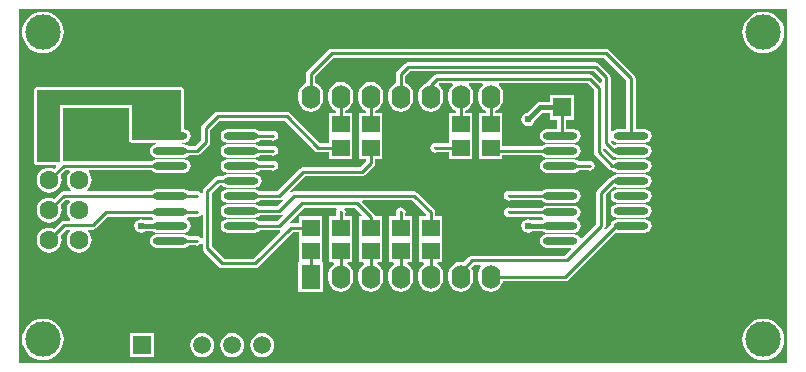
<source format=gbl>
G04 Layer_Physical_Order=2*
G04 Layer_Color=16711680*
%FSTAX24Y24*%
%MOIN*%
G70*
G01*
G75*
%ADD10C,0.0100*%
%ADD12C,0.0150*%
%ADD13R,0.0598X0.0598*%
%ADD14C,0.0598*%
%ADD15C,0.0630*%
%ADD16R,0.0630X0.0630*%
%ADD17C,0.1181*%
%ADD18O,0.0630X0.0787*%
%ADD19R,0.0630X0.0787*%
%ADD20C,0.0120*%
%ADD21C,0.0240*%
%ADD22R,0.0591X0.0551*%
%ADD23O,0.1161X0.0236*%
%ADD24R,0.0591X0.0630*%
G36*
X035827Y010236D02*
X010236D01*
Y022047D01*
X035827D01*
Y010236D01*
D02*
G37*
%LPC*%
G36*
X035039Y021954D02*
X034904Y02194D01*
X034774Y021901D01*
X034654Y021837D01*
X034549Y021751D01*
X034462Y021645D01*
X034398Y021525D01*
X034359Y021395D01*
X034345Y02126D01*
X034359Y021124D01*
X034398Y020994D01*
X034462Y020874D01*
X034549Y020769D01*
X034654Y020683D01*
X034774Y020619D01*
X034904Y020579D01*
X035039Y020566D01*
X035175Y020579D01*
X035305Y020619D01*
X035425Y020683D01*
X03553Y020769D01*
X035616Y020874D01*
X03568Y020994D01*
X03572Y021124D01*
X035733Y02126D01*
X03572Y021395D01*
X03568Y021525D01*
X035616Y021645D01*
X03553Y021751D01*
X035425Y021837D01*
X035305Y021901D01*
X035175Y02194D01*
X035039Y021954D01*
D02*
G37*
G36*
X011024D02*
X010888Y02194D01*
X010758Y021901D01*
X010638Y021837D01*
X010533Y021751D01*
X010447Y021645D01*
X010383Y021525D01*
X010343Y021395D01*
X01033Y02126D01*
X010343Y021124D01*
X010383Y020994D01*
X010447Y020874D01*
X010533Y020769D01*
X010638Y020683D01*
X010758Y020619D01*
X010888Y020579D01*
X011024Y020566D01*
X011159Y020579D01*
X011289Y020619D01*
X011409Y020683D01*
X011514Y020769D01*
X011601Y020874D01*
X011665Y020994D01*
X011704Y021124D01*
X011718Y02126D01*
X011704Y021395D01*
X011665Y021525D01*
X011601Y021645D01*
X011514Y021751D01*
X011409Y021837D01*
X011289Y021901D01*
X011159Y02194D01*
X011024Y021954D01*
D02*
G37*
G36*
X0298Y020716D02*
X02065D01*
X020591Y020704D01*
X020542Y020671D01*
X019842Y019971D01*
X019809Y019921D01*
X019797Y019863D01*
Y019577D01*
X019741Y019554D01*
X019654Y019487D01*
X019588Y019401D01*
X019546Y0193D01*
X019531Y019191D01*
Y019034D01*
X019546Y018926D01*
X019588Y018825D01*
X019654Y018738D01*
X019741Y018671D01*
X019842Y01863D01*
X01995Y018615D01*
X020058Y01863D01*
X020159Y018671D01*
X020246Y018738D01*
X020312Y018825D01*
X020354Y018926D01*
X020369Y019034D01*
Y019191D01*
X020354Y0193D01*
X020312Y019401D01*
X020246Y019487D01*
X020159Y019554D01*
X020103Y019577D01*
Y019799D01*
X020713Y02041D01*
X029737D01*
X030478Y019668D01*
Y018035D01*
X030168D01*
X030083Y018018D01*
X030011Y01797D01*
X030003Y017957D01*
X029953Y017973D01*
Y019763D01*
X029941Y019821D01*
X029908Y019871D01*
X029558Y020221D01*
X029509Y020254D01*
X02945Y020266D01*
X0232D01*
X023141Y020254D01*
X023092Y020221D01*
X022842Y019971D01*
X022809Y019921D01*
X022797Y019863D01*
Y019577D01*
X022741Y019554D01*
X022654Y019487D01*
X022588Y019401D01*
X022546Y0193D01*
X022531Y019191D01*
Y019034D01*
X022546Y018926D01*
X022588Y018825D01*
X022654Y018738D01*
X022741Y018671D01*
X022842Y01863D01*
X02295Y018615D01*
X023058Y01863D01*
X023159Y018671D01*
X023246Y018738D01*
X023312Y018825D01*
X023354Y018926D01*
X023369Y019034D01*
Y019191D01*
X023354Y0193D01*
X023312Y019401D01*
X023246Y019487D01*
X023159Y019554D01*
X023103Y019577D01*
Y019799D01*
X023263Y01996D01*
X029387D01*
X029647Y019699D01*
Y019597D01*
X029601Y019578D01*
X029358Y019821D01*
X029309Y019854D01*
X02925Y019866D01*
X02415D01*
X024091Y019854D01*
X024042Y019821D01*
X023842Y019621D01*
X023819Y019586D01*
X023741Y019554D01*
X023654Y019487D01*
X023588Y019401D01*
X023546Y0193D01*
X023531Y019191D01*
Y019034D01*
X023546Y018926D01*
X023588Y018825D01*
X023654Y018738D01*
X023741Y018671D01*
X023842Y01863D01*
X02395Y018615D01*
X024058Y01863D01*
X024159Y018671D01*
X024246Y018738D01*
X024312Y018825D01*
X024354Y018926D01*
X024369Y019034D01*
Y019191D01*
X024354Y0193D01*
X024312Y019401D01*
X024246Y019487D01*
X024217Y01951D01*
X024234Y01956D01*
X024666D01*
X024683Y01951D01*
X024654Y019487D01*
X024588Y019401D01*
X024546Y0193D01*
X024531Y019191D01*
Y019034D01*
X024546Y018926D01*
X024588Y018825D01*
X024654Y018738D01*
X024741Y018671D01*
X024797Y018648D01*
Y018582D01*
X024555D01*
Y017844D01*
X024555Y017831D01*
Y017794D01*
X024555Y017781D01*
Y017566D01*
X024151D01*
X0241Y017576D01*
X024038Y017563D01*
X023985Y017528D01*
X023949Y017475D01*
X023937Y017413D01*
X023949Y01735D01*
X023985Y017297D01*
X024038Y017262D01*
X0241Y017249D01*
X024151Y01726D01*
X024555D01*
Y017043D01*
X025345D01*
Y017781D01*
X025345Y017794D01*
Y017831D01*
X025345Y017844D01*
Y018582D01*
X025103D01*
Y018648D01*
X025159Y018671D01*
X025246Y018738D01*
X025312Y018825D01*
X025354Y018926D01*
X025369Y019034D01*
Y019191D01*
X025354Y0193D01*
X025312Y019401D01*
X025246Y019487D01*
X025217Y01951D01*
X025234Y01956D01*
X025666D01*
X025683Y01951D01*
X025654Y019487D01*
X025588Y019401D01*
X025546Y0193D01*
X025531Y019191D01*
Y019034D01*
X025546Y018926D01*
X025588Y018825D01*
X025654Y018738D01*
X025741Y018671D01*
X025797Y018648D01*
Y018582D01*
X025555D01*
Y017844D01*
X025555Y017831D01*
Y017794D01*
X025555Y017781D01*
Y017043D01*
X026345D01*
Y01716D01*
X027646D01*
X027649Y017155D01*
X027721Y017107D01*
X027806Y01709D01*
X028732D01*
X028817Y017107D01*
X028889Y017155D01*
X028937Y017227D01*
X028954Y017313D01*
X028937Y017398D01*
X028889Y01747D01*
X028817Y017518D01*
X028732Y017535D01*
X027806D01*
X027721Y017518D01*
X027649Y01747D01*
X027646Y017466D01*
X026345D01*
Y017781D01*
X026345Y017794D01*
Y017831D01*
X026345Y017844D01*
Y018582D01*
X026103D01*
Y018648D01*
X026159Y018671D01*
X026246Y018738D01*
X026312Y018825D01*
X026354Y018926D01*
X026369Y019034D01*
Y019191D01*
X026354Y0193D01*
X026312Y019401D01*
X026246Y019487D01*
X026217Y01951D01*
X026234Y01956D01*
X029187D01*
X029397Y019349D01*
Y017263D01*
X029409Y017204D01*
X029442Y017154D01*
X029892Y016704D01*
X029941Y016671D01*
X03Y01666D01*
X030008D01*
X030011Y016655D01*
X030083Y016607D01*
X030168Y01659D01*
X031094D01*
X031179Y016607D01*
X031251Y016655D01*
X031299Y016727D01*
X031316Y016813D01*
X031299Y016898D01*
X031251Y01697D01*
X031179Y017018D01*
X031094Y017035D01*
X030168D01*
X030083Y017018D01*
X03004Y016989D01*
X029703Y017326D01*
Y017378D01*
X029749Y017397D01*
X029942Y017204D01*
X029991Y017171D01*
X030002Y017169D01*
X030011Y017155D01*
X030083Y017107D01*
X030168Y01709D01*
X031094D01*
X031179Y017107D01*
X031251Y017155D01*
X031299Y017227D01*
X031316Y017313D01*
X031299Y017398D01*
X031251Y01747D01*
X031179Y017518D01*
X031094Y017535D01*
X030168D01*
X030083Y017518D01*
X03007Y017509D01*
X029973Y017606D01*
X029976Y017623D01*
X029978Y017624D01*
X030032Y017642D01*
X030083Y017607D01*
X030168Y01759D01*
X031094D01*
X031179Y017607D01*
X031251Y017655D01*
X031299Y017728D01*
X031316Y017813D01*
X031299Y017898D01*
X031251Y01797D01*
X031179Y018018D01*
X031094Y018035D01*
X030784D01*
Y019732D01*
X030772Y01979D01*
X030739Y01984D01*
X029908Y020671D01*
X029859Y020704D01*
X0298Y020716D01*
D02*
G37*
G36*
X018094Y018035D02*
X017169D01*
X017083Y018018D01*
X017011Y01797D01*
X016963Y017898D01*
X016946Y017813D01*
X016963Y017728D01*
X017011Y017655D01*
X017083Y017607D01*
X017169Y01759D01*
X018094D01*
X018179Y017607D01*
X018251Y017655D01*
X018254Y01766D01*
X018649D01*
X0187Y017649D01*
X018762Y017662D01*
X018815Y017697D01*
X018851Y01775D01*
X018863Y017813D01*
X018851Y017875D01*
X018815Y017928D01*
X018762Y017963D01*
X0187Y017976D01*
X018649Y017966D01*
X018254D01*
X018251Y01797D01*
X018179Y018018D01*
X018094Y018035D01*
D02*
G37*
G36*
X028721Y019178D02*
X027931D01*
Y018941D01*
X0276D01*
X027532Y018927D01*
X027474Y018889D01*
X027474Y018889D01*
X027165Y01858D01*
X027114Y01857D01*
X027041Y018521D01*
X026993Y018448D01*
X026976Y018363D01*
X026993Y018277D01*
X027041Y018204D01*
X027114Y018155D01*
X0272Y018138D01*
X027286Y018155D01*
X027359Y018204D01*
X027407Y018277D01*
X027417Y018328D01*
X027674Y018584D01*
X027931D01*
Y018348D01*
X028173D01*
Y018035D01*
X027806D01*
X027721Y018018D01*
X027649Y01797D01*
X027601Y017898D01*
X027584Y017813D01*
X027601Y017728D01*
X027649Y017655D01*
X027721Y017607D01*
X027806Y01759D01*
X028732D01*
X028817Y017607D01*
X028889Y017655D01*
X028937Y017728D01*
X028954Y017813D01*
X028937Y017898D01*
X028889Y01797D01*
X028817Y018018D01*
X028732Y018035D01*
X028479D01*
Y018348D01*
X028721D01*
Y019178D01*
D02*
G37*
G36*
X018094Y017535D02*
X017169D01*
X017083Y017518D01*
X017011Y01747D01*
X016963Y017398D01*
X016946Y017313D01*
X016963Y017227D01*
X017011Y017155D01*
X017083Y017107D01*
X017169Y01709D01*
X018094D01*
X018179Y017107D01*
X018251Y017155D01*
X018254Y01716D01*
X018649D01*
X0187Y017149D01*
X018762Y017162D01*
X018815Y017197D01*
X018851Y01725D01*
X018863Y017313D01*
X018851Y017375D01*
X018815Y017428D01*
X018762Y017463D01*
X0187Y017476D01*
X018649Y017466D01*
X018254D01*
X018251Y01747D01*
X018179Y017518D01*
X018094Y017535D01*
D02*
G37*
G36*
X02195Y01961D02*
X021842Y019596D01*
X021741Y019554D01*
X021654Y019487D01*
X021588Y019401D01*
X021546Y0193D01*
X021531Y019191D01*
Y019034D01*
X021546Y018926D01*
X021588Y018825D01*
X021654Y018738D01*
X021741Y018671D01*
X021797Y018648D01*
Y018582D01*
X021555D01*
Y017844D01*
X021555Y017831D01*
Y017794D01*
X021555Y017781D01*
Y017043D01*
X021797D01*
Y016976D01*
X021587Y016766D01*
X0197D01*
X019641Y016754D01*
X019592Y016721D01*
X018837Y015966D01*
X018254D01*
X018251Y01597D01*
X018179Y016018D01*
X018094Y016035D01*
X017169D01*
X017083Y016018D01*
X017011Y01597D01*
X016963Y015898D01*
X016946Y015813D01*
X016963Y015727D01*
X017011Y015655D01*
X017083Y015607D01*
X017169Y01559D01*
X018094D01*
X018179Y015607D01*
X018251Y015655D01*
X018254Y01566D01*
X0189D01*
X018959Y015671D01*
X018998Y015698D01*
X01903Y015659D01*
X018837Y015466D01*
X018254D01*
X018251Y01547D01*
X018179Y015518D01*
X018094Y015535D01*
X017169D01*
X017083Y015518D01*
X017011Y01547D01*
X016963Y015398D01*
X016946Y015313D01*
X016963Y015228D01*
X017011Y015155D01*
X017083Y015107D01*
X017169Y01509D01*
X018094D01*
X018179Y015107D01*
X018251Y015155D01*
X018254Y01516D01*
X0189D01*
X018959Y015171D01*
X018998Y015198D01*
X01903Y015159D01*
X018837Y014966D01*
X018254D01*
X018251Y01497D01*
X018179Y015018D01*
X018094Y015035D01*
X017169D01*
X017083Y015018D01*
X017011Y01497D01*
X016963Y014898D01*
X016946Y014813D01*
X016963Y014727D01*
X017011Y014655D01*
X017083Y014607D01*
X017169Y01459D01*
X018094D01*
X018179Y014607D01*
X018251Y014655D01*
X018254Y01466D01*
X0189D01*
X018913Y014662D01*
X018937Y014616D01*
X018037Y013716D01*
X017063D01*
X016653Y014126D01*
Y015899D01*
X016913Y01616D01*
X017008D01*
X017011Y016155D01*
X017083Y016107D01*
X017169Y01609D01*
X018094D01*
X018179Y016107D01*
X018251Y016155D01*
X018299Y016228D01*
X018316Y016313D01*
X018299Y016398D01*
X018251Y01647D01*
X018179Y016518D01*
X018094Y016535D01*
X017169D01*
X017083Y016518D01*
X017011Y01647D01*
X017008Y016466D01*
X01685D01*
X016791Y016454D01*
X016742Y016421D01*
X016392Y016071D01*
X016359Y016021D01*
X016347Y015963D01*
Y015917D01*
X016338Y01591D01*
X01627Y01592D01*
X016265Y015928D01*
X016212Y015963D01*
X01615Y015976D01*
X016099Y015966D01*
X015892D01*
X015889Y01597D01*
X015817Y016018D01*
X015732Y016035D01*
X014806D01*
X014721Y016018D01*
X014649Y01597D01*
X014646Y015966D01*
X012517D01*
X0125Y016016D01*
X012532Y01604D01*
X012599Y016127D01*
X012641Y016228D01*
X012655Y016336D01*
X012641Y016445D01*
X012599Y016545D01*
X012549Y01661D01*
X012574Y01666D01*
X014646D01*
X014649Y016655D01*
X014721Y016607D01*
X014806Y01659D01*
X015732D01*
X015817Y016607D01*
X015889Y016655D01*
X015937Y016727D01*
X015954Y016813D01*
X015937Y016898D01*
X015889Y01697D01*
X015817Y017018D01*
X015732Y017035D01*
X014806D01*
X014721Y017018D01*
X014649Y01697D01*
X014646Y016966D01*
X011738D01*
X011688Y017005D01*
X011688Y018734D01*
X013884D01*
Y017686D01*
X013892Y017647D01*
X013914Y017614D01*
X013947Y017592D01*
X013986Y017584D01*
X014805D01*
X014806Y017535D01*
X014721Y017518D01*
X014649Y01747D01*
X014601Y017398D01*
X014584Y017313D01*
X014601Y017227D01*
X014649Y017155D01*
X014721Y017107D01*
X014806Y01709D01*
X015732D01*
X015817Y017107D01*
X015889Y017155D01*
X015892Y01716D01*
X01615D01*
X016209Y017171D01*
X016258Y017204D01*
X016558Y017504D01*
X016591Y017554D01*
X016603Y017613D01*
Y017999D01*
X016913Y01831D01*
X019087D01*
X020086Y017311D01*
X020135Y017278D01*
X020194Y017266D01*
X020555D01*
Y017043D01*
X021345D01*
Y017781D01*
X021345Y017794D01*
Y017831D01*
X021345Y017844D01*
Y018582D01*
X021103D01*
Y018648D01*
X021159Y018671D01*
X021246Y018738D01*
X021312Y018825D01*
X021354Y018926D01*
X021369Y019034D01*
Y019191D01*
X021354Y0193D01*
X021312Y019401D01*
X021246Y019487D01*
X021159Y019554D01*
X021058Y019596D01*
X02095Y01961D01*
X020842Y019596D01*
X020741Y019554D01*
X020654Y019487D01*
X020588Y019401D01*
X020546Y0193D01*
X020531Y019191D01*
Y019034D01*
X020546Y018926D01*
X020588Y018825D01*
X020654Y018738D01*
X020741Y018671D01*
X020797Y018648D01*
Y018582D01*
X020555D01*
Y017844D01*
X020555Y017831D01*
Y017794D01*
X020555Y017781D01*
Y017572D01*
X020257D01*
X019258Y018571D01*
X019209Y018604D01*
X01915Y018616D01*
X01685D01*
X016791Y018604D01*
X016742Y018571D01*
X016342Y018171D01*
X016309Y018121D01*
X016297Y018063D01*
Y017676D01*
X016087Y017466D01*
X015892D01*
X015889Y01747D01*
X015817Y017518D01*
X015732Y017535D01*
X015696D01*
X015678Y017585D01*
X015684Y01759D01*
X015732D01*
X015817Y017607D01*
X015889Y017655D01*
X015937Y017728D01*
X015954Y017813D01*
X015937Y017898D01*
X015889Y01797D01*
X015817Y018018D01*
X015738Y018034D01*
X015738Y019336D01*
X01573Y019375D01*
X015708Y019408D01*
X015675Y01943D01*
X015636Y019438D01*
X010836Y019438D01*
X010797Y01943D01*
X010764Y019408D01*
X010742Y019375D01*
X010734Y019336D01*
X010734Y016936D01*
X010742Y016897D01*
X010764Y016864D01*
X010797Y016842D01*
X010836Y016834D01*
X011453Y016834D01*
X011472Y016788D01*
X011401Y016717D01*
X011345Y01674D01*
X011236Y016755D01*
X011128Y01674D01*
X011027Y016699D01*
X01094Y016632D01*
X010874Y016545D01*
X010832Y016445D01*
X010818Y016336D01*
X010832Y016228D01*
X010874Y016127D01*
X01094Y01604D01*
X011027Y015974D01*
X011128Y015932D01*
X011236Y015918D01*
X011345Y015932D01*
X011445Y015974D01*
X011532Y01604D01*
X011599Y016127D01*
X01164Y016228D01*
X011655Y016336D01*
X01164Y016445D01*
X011617Y016501D01*
X011776Y01666D01*
X011898D01*
X011923Y01661D01*
X011874Y016545D01*
X011832Y016445D01*
X011818Y016336D01*
X011832Y016228D01*
X011874Y016127D01*
X01194Y01604D01*
X011972Y016016D01*
X011956Y015966D01*
X011713D01*
X011654Y015954D01*
X011604Y015921D01*
X011401Y015717D01*
X011345Y01574D01*
X011236Y015755D01*
X011128Y01574D01*
X011027Y015699D01*
X01094Y015632D01*
X010874Y015545D01*
X010832Y015445D01*
X010818Y015336D01*
X010832Y015228D01*
X010874Y015127D01*
X01094Y01504D01*
X011027Y014974D01*
X011128Y014932D01*
X011236Y014918D01*
X011345Y014932D01*
X011445Y014974D01*
X011532Y01504D01*
X011599Y015127D01*
X01164Y015228D01*
X011655Y015336D01*
X01164Y015445D01*
X011617Y015501D01*
X011776Y01566D01*
X011898D01*
X011923Y01561D01*
X011874Y015545D01*
X011832Y015445D01*
X011818Y015336D01*
X011832Y015228D01*
X011874Y015127D01*
X01194Y01504D01*
X011945Y015037D01*
X011929Y014989D01*
X011736D01*
X011678Y014978D01*
X011628Y014944D01*
X011401Y014717D01*
X011345Y014741D01*
X011236Y014755D01*
X011128Y014741D01*
X011027Y014699D01*
X01094Y014632D01*
X010874Y014545D01*
X010832Y014445D01*
X010818Y014336D01*
X010832Y014228D01*
X010874Y014127D01*
X01094Y01404D01*
X011027Y013974D01*
X011128Y013932D01*
X011236Y013918D01*
X011345Y013932D01*
X011445Y013974D01*
X011532Y01404D01*
X011599Y014127D01*
X01164Y014228D01*
X011655Y014336D01*
X01164Y014445D01*
X011617Y014501D01*
X0118Y014683D01*
X011929D01*
X011945Y014636D01*
X01194Y014632D01*
X011874Y014545D01*
X011832Y014445D01*
X011818Y014336D01*
X011832Y014228D01*
X011874Y014127D01*
X01194Y01404D01*
X012027Y013974D01*
X012128Y013932D01*
X012236Y013918D01*
X012345Y013932D01*
X012445Y013974D01*
X012532Y01404D01*
X012599Y014127D01*
X012641Y014228D01*
X012655Y014336D01*
X012641Y014445D01*
X012599Y014545D01*
X012532Y014632D01*
X012527Y014636D01*
X012543Y014683D01*
X012686D01*
X012745Y014695D01*
X012794Y014728D01*
X013176Y01511D01*
X014646D01*
X014649Y015105D01*
X014698Y015072D01*
X014703Y015019D01*
X014675Y014991D01*
X014429D01*
X014386Y01502D01*
X0143Y015037D01*
X014214Y01502D01*
X014141Y014971D01*
X014093Y014898D01*
X014076Y014813D01*
X014093Y014727D01*
X014141Y014654D01*
X014214Y014605D01*
X0143Y014588D01*
X014386Y014605D01*
X014429Y014634D01*
X014681D01*
X014721Y014607D01*
X014806Y01459D01*
X015732D01*
X015817Y014607D01*
X015889Y014655D01*
X015937Y014727D01*
X015954Y014813D01*
X015937Y014898D01*
X015889Y01497D01*
X015829Y01501D01*
X015826Y015022D01*
Y015054D01*
X015829Y015065D01*
X015889Y015105D01*
X015892Y01511D01*
X016099D01*
X01615Y015099D01*
X016212Y015112D01*
X016265Y015147D01*
X01627Y015155D01*
X016338Y015166D01*
X016347Y015158D01*
Y014417D01*
X016338Y01441D01*
X01627Y01442D01*
X016265Y014428D01*
X016212Y014463D01*
X01615Y014476D01*
X016099Y014466D01*
X015892D01*
X015889Y01447D01*
X015817Y014518D01*
X015732Y014535D01*
X014806D01*
X014721Y014518D01*
X014649Y01447D01*
X014601Y014398D01*
X014584Y014313D01*
X014601Y014227D01*
X014649Y014155D01*
X014721Y014107D01*
X014806Y01409D01*
X015732D01*
X015817Y014107D01*
X015889Y014155D01*
X015892Y01416D01*
X016099D01*
X01615Y014149D01*
X016212Y014162D01*
X016265Y014197D01*
X01627Y014205D01*
X016338Y014216D01*
X016347Y014208D01*
Y014063D01*
X016359Y014004D01*
X016392Y013954D01*
X016892Y013454D01*
X016941Y013421D01*
X017Y01341D01*
X0181D01*
X018159Y013421D01*
X018208Y013454D01*
X019357Y014603D01*
X019555D01*
Y014394D01*
X019555Y014381D01*
Y014344D01*
X019555Y014331D01*
Y013606D01*
X019535D01*
Y012619D01*
X020365D01*
Y013606D01*
X020345D01*
Y014331D01*
X020345Y014344D01*
Y014381D01*
X020345Y014394D01*
Y015132D01*
X019555D01*
Y014909D01*
X019294D01*
X019281Y014907D01*
X019257Y014953D01*
X019713Y01541D01*
X020799D01*
X020822Y01536D01*
X020799Y015325D01*
X020787Y015263D01*
X020797Y015211D01*
Y015132D01*
X020555D01*
Y014394D01*
X020555Y014381D01*
Y014344D01*
X020555Y014331D01*
Y013593D01*
X02071D01*
X020727Y013543D01*
X020654Y013487D01*
X020588Y013401D01*
X020546Y0133D01*
X020531Y013191D01*
Y013034D01*
X020546Y012926D01*
X020588Y012825D01*
X020654Y012738D01*
X020741Y012671D01*
X020842Y01263D01*
X02095Y012615D01*
X021058Y01263D01*
X021159Y012671D01*
X021246Y012738D01*
X021312Y012825D01*
X021354Y012926D01*
X021369Y013034D01*
Y013191D01*
X021354Y0133D01*
X021312Y013401D01*
X021246Y013487D01*
X021173Y013543D01*
X02119Y013593D01*
X021345D01*
Y014331D01*
X021345Y014344D01*
Y014381D01*
X021345Y014394D01*
Y015132D01*
X021103D01*
Y015211D01*
X021113Y015263D01*
X021101Y015325D01*
X021078Y01536D01*
X021101Y01541D01*
X021437D01*
X021668Y015178D01*
X021649Y015132D01*
X021555D01*
Y014394D01*
X021555Y014381D01*
Y014344D01*
X021555Y014331D01*
Y013593D01*
X02171D01*
X021727Y013543D01*
X021654Y013487D01*
X021588Y013401D01*
X021546Y0133D01*
X021531Y013191D01*
Y013034D01*
X021546Y012926D01*
X021588Y012825D01*
X021654Y012738D01*
X021741Y012671D01*
X021842Y01263D01*
X02195Y012615D01*
X022058Y01263D01*
X022159Y012671D01*
X022246Y012738D01*
X022312Y012825D01*
X022354Y012926D01*
X022369Y013034D01*
Y013191D01*
X022354Y0133D01*
X022312Y013401D01*
X022246Y013487D01*
X022173Y013543D01*
X02219Y013593D01*
X022345D01*
Y014331D01*
X022345Y014344D01*
Y014381D01*
X022345Y014394D01*
Y015132D01*
X022099D01*
X022091Y015171D01*
X022058Y015221D01*
X021665Y015613D01*
X021685Y01566D01*
X023337D01*
X023797Y015199D01*
Y015132D01*
X023555D01*
Y014394D01*
X023555Y014381D01*
Y014344D01*
X023555Y014331D01*
Y013593D01*
X02371D01*
X023727Y013543D01*
X023654Y013487D01*
X023588Y013401D01*
X023546Y0133D01*
X023531Y013191D01*
Y013034D01*
X023546Y012926D01*
X023588Y012825D01*
X023654Y012738D01*
X023741Y012671D01*
X023842Y01263D01*
X02395Y012615D01*
X024058Y01263D01*
X024159Y012671D01*
X024246Y012738D01*
X024312Y012825D01*
X024354Y012926D01*
X024369Y013034D01*
Y013191D01*
X024354Y0133D01*
X024312Y013401D01*
X024246Y013487D01*
X024173Y013543D01*
X02419Y013593D01*
X024345D01*
Y014331D01*
X024345Y014344D01*
Y014381D01*
X024345Y014394D01*
Y015132D01*
X024103D01*
Y015263D01*
X024091Y015321D01*
X024058Y015371D01*
X023508Y015921D01*
X023459Y015954D01*
X0234Y015966D01*
X0194D01*
X019341Y015954D01*
X019302Y015927D01*
X01927Y015966D01*
X019763Y01646D01*
X02165D01*
X021709Y016471D01*
X021758Y016504D01*
X022058Y016804D01*
X022091Y016854D01*
X022103Y016913D01*
Y017043D01*
X022345D01*
Y017781D01*
X022345Y017794D01*
Y017831D01*
X022345Y017844D01*
Y018582D01*
X022103D01*
Y018648D01*
X022159Y018671D01*
X022246Y018738D01*
X022312Y018825D01*
X022354Y018926D01*
X022369Y019034D01*
Y019191D01*
X022354Y0193D01*
X022312Y019401D01*
X022246Y019487D01*
X022159Y019554D01*
X022058Y019596D01*
X02195Y01961D01*
D02*
G37*
G36*
X028732Y017035D02*
X027806D01*
X027721Y017018D01*
X027649Y01697D01*
X027601Y016898D01*
X027584Y016813D01*
X027601Y016727D01*
X027649Y016655D01*
X027721Y016607D01*
X027806Y01659D01*
X028732D01*
X028817Y016607D01*
X028889Y016655D01*
X028892Y01666D01*
X029199D01*
X02925Y016649D01*
X029312Y016662D01*
X029365Y016697D01*
X029401Y01675D01*
X029413Y016813D01*
X029401Y016875D01*
X029365Y016928D01*
X029312Y016963D01*
X02925Y016976D01*
X029199Y016966D01*
X028892D01*
X028889Y01697D01*
X028817Y017018D01*
X028732Y017035D01*
D02*
G37*
G36*
X018094D02*
X017169D01*
X017083Y017018D01*
X017011Y01697D01*
X016963Y016898D01*
X016946Y016813D01*
X016963Y016727D01*
X017011Y016655D01*
X017083Y016607D01*
X017169Y01659D01*
X018094D01*
X018179Y016607D01*
X018251Y016655D01*
X018254Y01666D01*
X018649D01*
X0187Y016649D01*
X018762Y016662D01*
X018815Y016697D01*
X018851Y01675D01*
X018863Y016813D01*
X018851Y016875D01*
X018815Y016928D01*
X018762Y016963D01*
X0187Y016976D01*
X018649Y016966D01*
X018254D01*
X018251Y01697D01*
X018179Y017018D01*
X018094Y017035D01*
D02*
G37*
G36*
X031094Y016535D02*
X030168D01*
X030083Y016518D01*
X030011Y01647D01*
X030006Y016462D01*
X029967Y016454D01*
X029917Y016421D01*
X029522Y016025D01*
X029489Y015976D01*
X029477Y015917D01*
Y014881D01*
X028986Y014389D01*
X028931Y014406D01*
X028889Y01447D01*
X028817Y014518D01*
X028732Y014535D01*
X027806D01*
X027721Y014518D01*
X027649Y01447D01*
X027601Y014398D01*
X027584Y014313D01*
X027601Y014227D01*
X027649Y014155D01*
X027721Y014107D01*
X027806Y01409D01*
X028621D01*
X02864Y014044D01*
X028417Y01382D01*
X02533D01*
X025271Y013809D01*
X025222Y013775D01*
X025044Y013598D01*
X02495Y01361D01*
X024842Y013596D01*
X024741Y013554D01*
X024654Y013487D01*
X024588Y013401D01*
X024546Y0133D01*
X024531Y013191D01*
Y013034D01*
X024546Y012926D01*
X024588Y012825D01*
X024654Y012738D01*
X024741Y012671D01*
X024842Y01263D01*
X02495Y012615D01*
X025058Y01263D01*
X025159Y012671D01*
X025246Y012738D01*
X025312Y012825D01*
X025354Y012926D01*
X025369Y013034D01*
Y013191D01*
X025354Y0133D01*
X025312Y013401D01*
X025298Y013419D01*
X025393Y013514D01*
X025612D01*
X025636Y013464D01*
X025588Y013401D01*
X025546Y0133D01*
X025531Y013191D01*
Y013034D01*
X025546Y012926D01*
X025588Y012825D01*
X025654Y012738D01*
X025741Y012671D01*
X025842Y01263D01*
X02595Y012615D01*
X026058Y01263D01*
X026159Y012671D01*
X026246Y012738D01*
X026312Y012825D01*
X026354Y012926D01*
X026359Y01296D01*
X028425D01*
X028484Y012971D01*
X028533Y013004D01*
X030127Y014598D01*
X030168Y01459D01*
X031094D01*
X031179Y014607D01*
X031251Y014655D01*
X031299Y014727D01*
X031316Y014813D01*
X031299Y014898D01*
X031251Y01497D01*
X031179Y015018D01*
X031094Y015035D01*
X030168D01*
X030083Y015018D01*
X030011Y01497D01*
X029963Y014898D01*
X029955Y014859D01*
X029784Y014687D01*
X029745Y014719D01*
X029771Y014759D01*
X029783Y014817D01*
Y015854D01*
X030055Y016126D01*
X030083Y016107D01*
X030168Y01609D01*
X031094D01*
X031179Y016107D01*
X031251Y016155D01*
X031299Y016228D01*
X031316Y016313D01*
X031299Y016398D01*
X031251Y01647D01*
X031179Y016518D01*
X031094Y016535D01*
D02*
G37*
G36*
X028732Y016035D02*
X027806D01*
X027721Y016018D01*
X027649Y01597D01*
X027646Y015966D01*
X026601D01*
X02655Y015976D01*
X026488Y015963D01*
X026435Y015928D01*
X026399Y015875D01*
X026387Y015813D01*
X026399Y01575D01*
X026435Y015697D01*
X026488Y015662D01*
X02655Y015649D01*
X026601Y01566D01*
X027646D01*
X027649Y015655D01*
X027721Y015607D01*
X027806Y01559D01*
X028732D01*
X028817Y015607D01*
X028889Y015655D01*
X028937Y015727D01*
X028954Y015813D01*
X028937Y015898D01*
X028889Y01597D01*
X028817Y016018D01*
X028732Y016035D01*
D02*
G37*
G36*
X031094D02*
X030168D01*
X030083Y016018D01*
X030011Y01597D01*
X029963Y015898D01*
X029946Y015813D01*
X029963Y015727D01*
X030011Y015655D01*
X030083Y015607D01*
X030168Y01559D01*
X031094D01*
X031179Y015607D01*
X031251Y015655D01*
X031299Y015727D01*
X031316Y015813D01*
X031299Y015898D01*
X031251Y01597D01*
X031179Y016018D01*
X031094Y016035D01*
D02*
G37*
G36*
X028732Y015485D02*
X027806D01*
X027721Y015468D01*
X027649Y01542D01*
X027646Y015416D01*
X026601D01*
X02655Y015426D01*
X026488Y015413D01*
X026435Y015378D01*
X026399Y015325D01*
X026387Y015263D01*
X026399Y0152D01*
X026435Y015147D01*
X026488Y015112D01*
X02655Y015099D01*
X026601Y01511D01*
X027646D01*
X027649Y015105D01*
X027698Y015072D01*
X027703Y015019D01*
X027675Y014991D01*
X027329D01*
X027286Y01502D01*
X0272Y015037D01*
X027114Y01502D01*
X027041Y014971D01*
X026993Y014898D01*
X026976Y014813D01*
X026993Y014727D01*
X027041Y014654D01*
X027114Y014605D01*
X0272Y014588D01*
X027286Y014605D01*
X027329Y014634D01*
X027681D01*
X027721Y014607D01*
X027806Y01459D01*
X028732D01*
X028817Y014607D01*
X028889Y014655D01*
X028937Y014727D01*
X028954Y014813D01*
X028937Y014898D01*
X028889Y01497D01*
X028829Y01501D01*
X028826Y015022D01*
Y015054D01*
X028829Y015065D01*
X028889Y015105D01*
X028937Y015178D01*
X028954Y015263D01*
X028937Y015348D01*
X028889Y01542D01*
X028817Y015468D01*
X028732Y015485D01*
D02*
G37*
G36*
X031094Y015535D02*
X030168D01*
X030083Y015518D01*
X030011Y01547D01*
X029963Y015398D01*
X029946Y015313D01*
X029963Y015228D01*
X030011Y015155D01*
X030083Y015107D01*
X030168Y01509D01*
X031094D01*
X031179Y015107D01*
X031251Y015155D01*
X031299Y015228D01*
X031316Y015313D01*
X031299Y015398D01*
X031251Y01547D01*
X031179Y015518D01*
X031094Y015535D01*
D02*
G37*
G36*
X02295Y015426D02*
X022888Y015413D01*
X022835Y015378D01*
X022799Y015325D01*
X022787Y015263D01*
X022797Y015211D01*
Y015132D01*
X022555D01*
Y014394D01*
X022555Y014381D01*
Y014344D01*
X022555Y014331D01*
Y013593D01*
X02271D01*
X022727Y013543D01*
X022654Y013487D01*
X022588Y013401D01*
X022546Y0133D01*
X022531Y013191D01*
Y013034D01*
X022546Y012926D01*
X022588Y012825D01*
X022654Y012738D01*
X022741Y012671D01*
X022842Y01263D01*
X02295Y012615D01*
X023058Y01263D01*
X023159Y012671D01*
X023246Y012738D01*
X023312Y012825D01*
X023354Y012926D01*
X023369Y013034D01*
Y013191D01*
X023354Y0133D01*
X023312Y013401D01*
X023246Y013487D01*
X023173Y013543D01*
X02319Y013593D01*
X023345D01*
Y014331D01*
X023345Y014344D01*
Y014381D01*
X023345Y014394D01*
Y015132D01*
X023103D01*
Y015211D01*
X023113Y015263D01*
X023101Y015325D01*
X023065Y015378D01*
X023012Y015413D01*
X02295Y015426D01*
D02*
G37*
G36*
X014735Y011235D02*
X013937D01*
Y010437D01*
X014735D01*
Y011235D01*
D02*
G37*
G36*
X018336Y011239D02*
X018232Y011225D01*
X018135Y011185D01*
X018051Y011121D01*
X017987Y011038D01*
X017947Y01094D01*
X017933Y010836D01*
X017947Y010732D01*
X017987Y010635D01*
X018051Y010552D01*
X018135Y010488D01*
X018232Y010447D01*
X018336Y010434D01*
X01844Y010447D01*
X018537Y010488D01*
X018621Y010552D01*
X018685Y010635D01*
X018725Y010732D01*
X018739Y010836D01*
X018725Y01094D01*
X018685Y011038D01*
X018621Y011121D01*
X018537Y011185D01*
X01844Y011225D01*
X018336Y011239D01*
D02*
G37*
G36*
X017336D02*
X017232Y011225D01*
X017135Y011185D01*
X017051Y011121D01*
X016987Y011038D01*
X016947Y01094D01*
X016933Y010836D01*
X016947Y010732D01*
X016987Y010635D01*
X017051Y010552D01*
X017135Y010488D01*
X017232Y010447D01*
X017336Y010434D01*
X01744Y010447D01*
X017537Y010488D01*
X017621Y010552D01*
X017685Y010635D01*
X017725Y010732D01*
X017739Y010836D01*
X017725Y01094D01*
X017685Y011038D01*
X017621Y011121D01*
X017537Y011185D01*
X01744Y011225D01*
X017336Y011239D01*
D02*
G37*
G36*
X016336D02*
X016232Y011225D01*
X016135Y011185D01*
X016051Y011121D01*
X015987Y011038D01*
X015947Y01094D01*
X015933Y010836D01*
X015947Y010732D01*
X015987Y010635D01*
X016051Y010552D01*
X016135Y010488D01*
X016232Y010447D01*
X016336Y010434D01*
X01644Y010447D01*
X016537Y010488D01*
X016621Y010552D01*
X016685Y010635D01*
X016725Y010732D01*
X016739Y010836D01*
X016725Y01094D01*
X016685Y011038D01*
X016621Y011121D01*
X016537Y011185D01*
X01644Y011225D01*
X016336Y011239D01*
D02*
G37*
G36*
X035039Y011718D02*
X034904Y011704D01*
X034774Y011665D01*
X034654Y011601D01*
X034549Y011514D01*
X034462Y011409D01*
X034398Y011289D01*
X034359Y011159D01*
X034345Y011024D01*
X034359Y010888D01*
X034398Y010758D01*
X034462Y010638D01*
X034549Y010533D01*
X034654Y010447D01*
X034774Y010383D01*
X034904Y010343D01*
X035039Y01033D01*
X035175Y010343D01*
X035305Y010383D01*
X035425Y010447D01*
X03553Y010533D01*
X035616Y010638D01*
X03568Y010758D01*
X03572Y010888D01*
X035733Y011024D01*
X03572Y011159D01*
X03568Y011289D01*
X035616Y011409D01*
X03553Y011514D01*
X035425Y011601D01*
X035305Y011665D01*
X035175Y011704D01*
X035039Y011718D01*
D02*
G37*
G36*
X011024D02*
X010888Y011704D01*
X010758Y011665D01*
X010638Y011601D01*
X010533Y011514D01*
X010447Y011409D01*
X010383Y011289D01*
X010343Y011159D01*
X01033Y011024D01*
X010343Y010888D01*
X010383Y010758D01*
X010447Y010638D01*
X010533Y010533D01*
X010638Y010447D01*
X010758Y010383D01*
X010888Y010343D01*
X011024Y01033D01*
X011159Y010343D01*
X011289Y010383D01*
X011409Y010447D01*
X011514Y010533D01*
X011601Y010638D01*
X011665Y010758D01*
X011704Y010888D01*
X011718Y011024D01*
X011704Y011159D01*
X011665Y011289D01*
X011601Y011409D01*
X011514Y011514D01*
X011409Y011601D01*
X011289Y011665D01*
X011159Y011704D01*
X011024Y011718D01*
D02*
G37*
%LPD*%
G36*
X015636Y017686D02*
X013986D01*
Y018836D01*
X011586D01*
X011586Y016936D01*
X010836Y016936D01*
X010836Y019336D01*
X015636Y019336D01*
X015636Y017686D01*
D02*
G37*
D10*
X013113Y015263D02*
X015269D01*
X011236Y014336D02*
X011736Y014836D01*
X012686D01*
X013113Y015263D01*
X011713Y015813D02*
X015269D01*
X011236Y015336D02*
X011713Y015813D01*
Y016813D02*
X015269D01*
X011236Y016336D02*
X011713Y016813D01*
X01995Y013113D02*
Y013969D01*
X02095Y013113D02*
Y013969D01*
X02195Y013113D02*
Y013969D01*
X02295Y013113D02*
Y013969D01*
X02395Y013113D02*
Y013969D01*
X02095Y018206D02*
Y019113D01*
X02195Y018206D02*
Y019113D01*
X02495Y018206D02*
Y019113D01*
X02595Y018206D02*
Y019113D01*
X030898Y014313D02*
X030924Y014287D01*
X030631Y014313D02*
X030898D01*
X017898D02*
X017924Y014287D01*
X017631Y014313D02*
X017898D01*
X028326Y01787D02*
Y018763D01*
X01685Y016313D02*
X017631D01*
X0165Y015963D02*
X01685Y016313D01*
X0165Y014063D02*
Y015963D01*
Y014063D02*
X017Y013563D01*
X019294Y014756D02*
X01995D01*
X017Y013563D02*
X0181D01*
X019294Y014756D01*
X017631Y014813D02*
X0189D01*
X01965Y015563D01*
X0215D01*
X02195Y015113D01*
Y014756D02*
Y015113D01*
X017631Y015313D02*
X0189D01*
X0194Y015813D01*
X0234D01*
X02395Y015263D01*
X017631Y015813D02*
X0189D01*
X0197Y016613D01*
X02165D01*
X02195Y016913D01*
X02395Y014756D02*
Y015263D01*
X017631Y016813D02*
X0187D01*
X02095Y014756D02*
Y015263D01*
X017631Y017313D02*
X0187D01*
X02295Y014756D02*
Y015263D01*
X02195Y016913D02*
Y017419D01*
X030631Y017813D02*
Y019732D01*
X0298Y020563D02*
X030631Y019732D01*
X02065Y020563D02*
X0298D01*
X01995Y019863D02*
X02065Y020563D01*
X01995Y019113D02*
Y019863D01*
X03Y016813D02*
X030631D01*
X02955Y017263D02*
X03Y016813D01*
X02955Y017263D02*
Y019413D01*
X02925Y019713D02*
X02955Y019413D01*
X02415Y019713D02*
X02925D01*
X02395Y019513D02*
X02415Y019713D01*
X02395Y019113D02*
Y019513D01*
X03005Y017313D02*
X030631D01*
X0298Y017563D02*
X03005Y017313D01*
X0298Y017563D02*
Y019763D01*
X02945Y020113D02*
X0298Y019763D01*
X0232Y020113D02*
X02945D01*
X02295Y019863D02*
X0232Y020113D01*
X02295Y019113D02*
Y019863D01*
X015269Y017313D02*
X01615D01*
X01645Y017613D01*
Y018063D01*
X01685Y018463D01*
X01915D01*
X020194Y017419D01*
X02095D01*
X015269Y015813D02*
X01615D01*
X015269Y015263D02*
X01615D01*
X026056Y017313D02*
X028269D01*
X02595Y017419D02*
X026056Y017313D01*
X015269Y014313D02*
X01615D01*
X028269Y016813D02*
X02925D01*
X017631Y017813D02*
X0187D01*
X0241Y017413D02*
X024944D01*
X02655Y015813D02*
X028269D01*
X02655Y015263D02*
X028269D01*
X0143Y018763D02*
X0143Y018763D01*
X02595Y013113D02*
X028425D01*
X030125Y014813D01*
X030631D01*
X030025Y016313D02*
X030631D01*
X02963Y015917D02*
X030025Y016313D01*
X02963Y014817D02*
Y015917D01*
X02848Y013667D02*
X02963Y014817D01*
X02533Y013667D02*
X02848D01*
X02495Y013287D02*
X02533Y013667D01*
X02495Y013113D02*
Y013287D01*
D12*
X028326Y018763D02*
X028326Y018763D01*
X0276Y018763D02*
X028326D01*
X0272Y018363D02*
X0276Y018763D01*
X0272Y014813D02*
X028269D01*
X0143D02*
X015269D01*
X0143Y018763D02*
X015326D01*
X015326Y018763D01*
Y01787D02*
Y018763D01*
X015269Y017813D02*
X015326Y01787D01*
D13*
X014336Y010836D02*
D03*
D14*
X015336D02*
D03*
X016336D02*
D03*
X017336D02*
D03*
X018336D02*
D03*
D15*
X011236Y018336D02*
D03*
Y017336D02*
D03*
Y016336D02*
D03*
Y015336D02*
D03*
Y014336D02*
D03*
X012236D02*
D03*
Y015336D02*
D03*
Y016336D02*
D03*
Y017336D02*
D03*
D16*
Y018336D02*
D03*
D17*
X035039Y02126D02*
D03*
Y011024D02*
D03*
X011024Y02126D02*
D03*
Y011024D02*
D03*
D18*
X01995Y019113D02*
D03*
X02095D02*
D03*
X02195D02*
D03*
X02295D02*
D03*
X02395D02*
D03*
X02495D02*
D03*
X02095Y013113D02*
D03*
X02195D02*
D03*
X02295D02*
D03*
X02395D02*
D03*
X02495D02*
D03*
X02595D02*
D03*
Y019113D02*
D03*
D19*
X01995Y013113D02*
D03*
D20*
X0187Y016813D02*
D03*
X02095Y015263D02*
D03*
X0187Y017313D02*
D03*
X02295Y015263D02*
D03*
X01615Y015813D02*
D03*
Y015263D02*
D03*
Y014313D02*
D03*
X02925Y016813D02*
D03*
X0187Y017813D02*
D03*
X0241Y017413D02*
D03*
X02655Y015813D02*
D03*
Y015263D02*
D03*
D21*
X0272Y018363D02*
D03*
Y014813D02*
D03*
X0143D02*
D03*
Y018763D02*
D03*
D22*
X02195Y013969D02*
D03*
Y014756D02*
D03*
X01995Y013969D02*
D03*
Y014756D02*
D03*
X02095Y013969D02*
D03*
Y014756D02*
D03*
X02295Y013969D02*
D03*
Y014756D02*
D03*
X02095Y018206D02*
D03*
Y017419D02*
D03*
X02195Y018206D02*
D03*
Y017419D02*
D03*
X02495Y018206D02*
D03*
Y017419D02*
D03*
X02595Y018206D02*
D03*
Y017419D02*
D03*
X02395Y013969D02*
D03*
Y014756D02*
D03*
D23*
X015269Y014313D02*
D03*
Y014813D02*
D03*
Y015263D02*
D03*
Y015813D02*
D03*
Y016313D02*
D03*
Y016813D02*
D03*
Y017313D02*
D03*
Y017813D02*
D03*
X017631Y014313D02*
D03*
Y014813D02*
D03*
Y015313D02*
D03*
Y015813D02*
D03*
Y016313D02*
D03*
Y016813D02*
D03*
Y017313D02*
D03*
Y017813D02*
D03*
X028269Y014313D02*
D03*
Y014813D02*
D03*
Y015263D02*
D03*
Y015813D02*
D03*
Y016313D02*
D03*
Y016813D02*
D03*
Y017313D02*
D03*
Y017813D02*
D03*
X030631Y014313D02*
D03*
Y014813D02*
D03*
Y015313D02*
D03*
Y015813D02*
D03*
Y016313D02*
D03*
Y016813D02*
D03*
Y017313D02*
D03*
Y017813D02*
D03*
D24*
X015326Y018763D02*
D03*
X016074D02*
D03*
X028326D02*
D03*
X029074D02*
D03*
M02*

</source>
